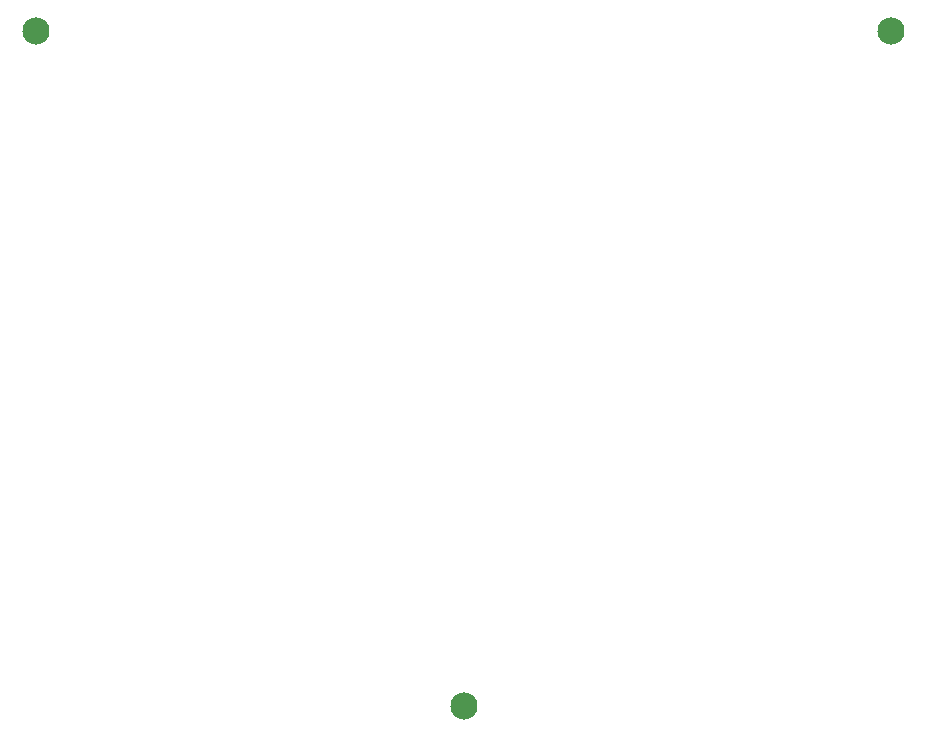
<source format=gbr>
G04 #@! TF.GenerationSoftware,KiCad,Pcbnew,(5.99.0-8711-gbabda304d9)*
G04 #@! TF.CreationDate,2021-01-31T05:26:16-06:00*
G04 #@! TF.ProjectId,65NumpadPLATE,36354e75-6d70-4616-9450-4c4154452e6b,rev?*
G04 #@! TF.SameCoordinates,Original*
G04 #@! TF.FileFunction,Soldermask,Bot*
G04 #@! TF.FilePolarity,Negative*
%FSLAX46Y46*%
G04 Gerber Fmt 4.6, Leading zero omitted, Abs format (unit mm)*
G04 Created by KiCad (PCBNEW (5.99.0-8711-gbabda304d9)) date 2021-01-31 05:26:16*
%MOMM*%
%LPD*%
G01*
G04 APERTURE LIST*
%ADD10C,2.302000*%
G04 APERTURE END LIST*
D10*
X367506250Y-125412500D03*
X331216000Y-68262500D03*
X367506250Y-125412500D03*
X403606000Y-68262500D03*
X331216000Y-68262500D03*
M02*

</source>
